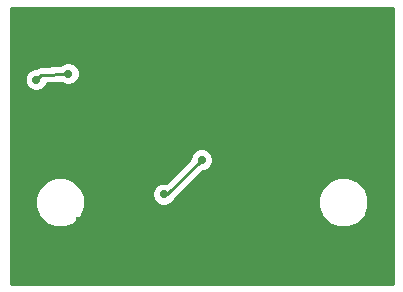
<source format=gbl>
G04 #@! TF.FileFunction,Copper,L2,Bot,Signal*
%FSLAX46Y46*%
G04 Gerber Fmt 4.6, Leading zero omitted, Abs format (unit mm)*
G04 Created by KiCad (PCBNEW 4.0.6-e0-6349~53~ubuntu16.04.1) date Sat Jul 29 16:25:42 2017*
%MOMM*%
%LPD*%
G01*
G04 APERTURE LIST*
%ADD10C,0.150000*%
%ADD11C,0.600000*%
%ADD12R,2.499360X2.499360*%
%ADD13C,0.700000*%
%ADD14C,0.250000*%
%ADD15C,0.254000*%
G04 APERTURE END LIST*
D10*
D11*
X152800000Y-104200000D03*
X154800000Y-104200000D03*
X153800000Y-104200000D03*
X152600000Y-102600000D03*
X153600000Y-102600000D03*
X151600000Y-102600000D03*
X150400000Y-101400000D03*
X152400000Y-101400000D03*
X151400000Y-101400000D03*
X150000000Y-100000000D03*
X151000000Y-100000000D03*
X149000000Y-100000000D03*
X148600000Y-97200000D03*
X147600000Y-97200000D03*
X147600000Y-98600000D03*
X149600000Y-98600000D03*
X148600000Y-98600000D03*
X160900000Y-104500000D03*
X159900000Y-104500000D03*
X161900000Y-104500000D03*
X162900000Y-104500000D03*
X161900000Y-105500000D03*
X162900000Y-105500000D03*
X161900000Y-106500000D03*
X162900000Y-106500000D03*
X148300000Y-109400000D03*
X147200000Y-107800000D03*
X149200000Y-106300000D03*
X148200000Y-106300000D03*
X147200000Y-106300000D03*
X146200000Y-106300000D03*
X145200000Y-106300000D03*
X144300000Y-105900000D03*
X146200000Y-107800000D03*
X143200000Y-104900000D03*
X144200000Y-104900000D03*
X145200000Y-104900000D03*
X146200000Y-104900000D03*
X147200000Y-104900000D03*
X148200000Y-104900000D03*
X149200000Y-104900000D03*
X148200000Y-103500000D03*
X147200000Y-103500000D03*
X146200000Y-103500000D03*
X145200000Y-103500000D03*
X144200000Y-103500000D03*
X143200000Y-103500000D03*
X142200000Y-103500000D03*
X162500000Y-115500000D03*
X161500000Y-115500000D03*
X160500000Y-115500000D03*
X159500000Y-115500000D03*
X158500000Y-115500000D03*
X157500000Y-115500000D03*
X162500000Y-114500000D03*
X161500000Y-114500000D03*
X160500000Y-114500000D03*
X159500000Y-114500000D03*
X158500000Y-114500000D03*
X157500000Y-114500000D03*
X162500000Y-113500000D03*
X161500000Y-113500000D03*
X160500000Y-113500000D03*
X159500000Y-113500000D03*
X158500000Y-113500000D03*
X157500000Y-113500000D03*
X162500000Y-112500000D03*
X161500000Y-112500000D03*
X160500000Y-112500000D03*
X159500000Y-112500000D03*
X158500000Y-112500000D03*
X157500000Y-112500000D03*
X167900000Y-115500000D03*
X166900000Y-115500000D03*
X165900000Y-115500000D03*
X164900000Y-115500000D03*
X163900000Y-115500000D03*
X167900000Y-114500000D03*
X166900000Y-114500000D03*
X165900000Y-114500000D03*
X164900000Y-114500000D03*
X163900000Y-114500000D03*
X167900000Y-113500000D03*
X166900000Y-113500000D03*
X165900000Y-113500000D03*
X164900000Y-113500000D03*
X163900000Y-113500000D03*
X167900000Y-112500000D03*
X166900000Y-112500000D03*
X165900000Y-112500000D03*
X164900000Y-112500000D03*
X163900000Y-112500000D03*
X167900000Y-111500000D03*
X166900000Y-111500000D03*
X165900000Y-111500000D03*
X164900000Y-111500000D03*
X163900000Y-111500000D03*
X167900000Y-110500000D03*
X166900000Y-110500000D03*
X165900000Y-110500000D03*
X156300000Y-112200000D03*
X167900000Y-109500000D03*
X166900000Y-109500000D03*
X155400000Y-115300000D03*
X167900000Y-108500000D03*
X166900000Y-108500000D03*
X156400000Y-115300000D03*
X167900000Y-107500000D03*
X166900000Y-107500000D03*
X165900000Y-107500000D03*
X167900000Y-106500000D03*
X166900000Y-106500000D03*
X165900000Y-106500000D03*
X164900000Y-106500000D03*
X163900000Y-106500000D03*
X167900000Y-105500000D03*
X166900000Y-105500000D03*
X165900000Y-105500000D03*
X164900000Y-105500000D03*
X163900000Y-105500000D03*
X167900000Y-104500000D03*
X166900000Y-104500000D03*
X165900000Y-104500000D03*
X164900000Y-104500000D03*
X163900000Y-104500000D03*
X167900000Y-103500000D03*
X166900000Y-103500000D03*
X165900000Y-103500000D03*
X164900000Y-103500000D03*
X163900000Y-103500000D03*
X167900000Y-102500000D03*
X166900000Y-102500000D03*
X165900000Y-102500000D03*
X164900000Y-102500000D03*
X163900000Y-102500000D03*
X167900000Y-101500000D03*
X166900000Y-101500000D03*
X165900000Y-101500000D03*
X164900000Y-101500000D03*
X163900000Y-101500000D03*
X167900000Y-100500000D03*
X166900000Y-100500000D03*
X165900000Y-100500000D03*
X164900000Y-100500000D03*
X163900000Y-100500000D03*
X167900000Y-99500000D03*
X166900000Y-99500000D03*
X165900000Y-99500000D03*
X164900000Y-99500000D03*
X163900000Y-99500000D03*
X167900000Y-98500000D03*
X166900000Y-98500000D03*
X165900000Y-98500000D03*
X164900000Y-98500000D03*
X163900000Y-98500000D03*
X167900000Y-97500000D03*
X166900000Y-97500000D03*
X165900000Y-97500000D03*
X164900000Y-97500000D03*
X163900000Y-97500000D03*
X167900000Y-96500000D03*
X166900000Y-96500000D03*
X165900000Y-96500000D03*
X164900000Y-96500000D03*
X163900000Y-96500000D03*
X167900000Y-95500000D03*
X166900000Y-95500000D03*
X165900000Y-95500000D03*
X164900000Y-95500000D03*
X163900000Y-95500000D03*
X167900000Y-94500000D03*
X166900000Y-94500000D03*
X165900000Y-94500000D03*
X164900000Y-94500000D03*
X163900000Y-94500000D03*
X154900000Y-100700000D03*
X155900000Y-100700000D03*
X156900000Y-100700000D03*
X156900000Y-99200000D03*
X155900000Y-99200000D03*
X154900000Y-99200000D03*
X153900000Y-99200000D03*
X151900000Y-97700000D03*
X152900000Y-97700000D03*
X153900000Y-97700000D03*
X154900000Y-97700000D03*
X155900000Y-97700000D03*
X156900000Y-97700000D03*
X156900000Y-96100000D03*
X155900000Y-96100000D03*
X154900000Y-96100000D03*
X153900000Y-96100000D03*
X152900000Y-96100000D03*
X151900000Y-96100000D03*
X150900000Y-96100000D03*
X150900000Y-94600000D03*
X151900000Y-94600000D03*
X152900000Y-94600000D03*
X153900000Y-94600000D03*
X154900000Y-94600000D03*
X155900000Y-94600000D03*
X156900000Y-94600000D03*
X149900000Y-94600000D03*
X167900000Y-93300000D03*
X166900000Y-93300000D03*
X165900000Y-93300000D03*
X164900000Y-93300000D03*
X163900000Y-93300000D03*
X162900000Y-93300000D03*
X161900000Y-93300000D03*
X160900000Y-93300000D03*
X159900000Y-93300000D03*
X158900000Y-93300000D03*
X157900000Y-93300000D03*
X156900000Y-93300000D03*
X155900000Y-93300000D03*
X154900000Y-93300000D03*
X153900000Y-93300000D03*
X152900000Y-93300000D03*
X151900000Y-93300000D03*
X150900000Y-93300000D03*
X149900000Y-93300000D03*
X148900000Y-93300000D03*
X147900000Y-93300000D03*
X146900000Y-93300000D03*
X145900000Y-93300000D03*
X145600000Y-112600000D03*
X145600000Y-113600000D03*
X146600000Y-113600000D03*
X148600000Y-115600000D03*
X145600000Y-114600000D03*
X146600000Y-114600000D03*
X147600000Y-114600000D03*
X145600000Y-115600000D03*
X146600000Y-115600000D03*
X147600000Y-115600000D03*
X141600000Y-110500000D03*
X142600000Y-110500000D03*
X143600000Y-110500000D03*
X144600000Y-115600000D03*
X143600000Y-115600000D03*
X142600000Y-115600000D03*
X141600000Y-115600000D03*
X140600000Y-115600000D03*
X139600000Y-115600000D03*
X144600000Y-114600000D03*
X143600000Y-114600000D03*
X142600000Y-114600000D03*
X141600000Y-114600000D03*
X140600000Y-114600000D03*
X139600000Y-114600000D03*
X144600000Y-113600000D03*
X143600000Y-113600000D03*
X142600000Y-113600000D03*
X141600000Y-113600000D03*
X140600000Y-113600000D03*
X139600000Y-113600000D03*
X144600000Y-112600000D03*
X143600000Y-112600000D03*
X142600000Y-112600000D03*
X141600000Y-112600000D03*
X140600000Y-112600000D03*
X139600000Y-112600000D03*
X144600000Y-111600000D03*
X143600000Y-111600000D03*
X142600000Y-111600000D03*
X141600000Y-111600000D03*
X140600000Y-111600000D03*
X139600000Y-111600000D03*
X138500000Y-115500000D03*
X138500000Y-113600000D03*
X138500000Y-112600000D03*
X138500000Y-111600000D03*
X138500000Y-114600000D03*
X137400000Y-115500000D03*
X137400000Y-114500000D03*
X137400000Y-113500000D03*
X137400000Y-112500000D03*
X137400000Y-111500000D03*
X137400000Y-110500000D03*
X137400000Y-109500000D03*
X137400000Y-108500000D03*
X137400000Y-107500000D03*
X137400000Y-106500000D03*
X137400000Y-105500000D03*
X136300000Y-115500000D03*
X136300000Y-114500000D03*
X136300000Y-113500000D03*
X136300000Y-112500000D03*
X136300000Y-111500000D03*
X136300000Y-110500000D03*
X136300000Y-109500000D03*
X136300000Y-108500000D03*
X136300000Y-107500000D03*
X136300000Y-106500000D03*
X136300000Y-105500000D03*
X136300000Y-104500000D03*
X136300000Y-103500000D03*
X136300000Y-98500000D03*
X136300000Y-99500000D03*
X136300000Y-100500000D03*
X136300000Y-101500000D03*
X136300000Y-102500000D03*
X143600000Y-93300000D03*
X138300000Y-97300000D03*
X137300000Y-97300000D03*
X136300000Y-97300000D03*
X141300000Y-93300000D03*
X144900000Y-93300000D03*
X138300000Y-96300000D03*
X137300000Y-96300000D03*
X136300000Y-96300000D03*
X142400000Y-93300000D03*
X139300000Y-95300000D03*
X138300000Y-95300000D03*
X137300000Y-95300000D03*
X136300000Y-95300000D03*
X140300000Y-94300000D03*
X139300000Y-94300000D03*
X138300000Y-94300000D03*
X137300000Y-94300000D03*
X136300000Y-94300000D03*
X140300000Y-93300000D03*
X139300000Y-93300000D03*
X138300000Y-93300000D03*
X137300000Y-93300000D03*
X136300000Y-93300000D03*
X152000000Y-109000000D03*
X152762000Y-108238000D03*
X151238000Y-108238000D03*
X152762000Y-109762000D03*
X151238000Y-109762000D03*
D12*
X152000000Y-109000000D03*
D13*
X151648160Y-114251840D03*
X140600000Y-101800000D03*
X148800000Y-108300000D03*
X152000000Y-105400000D03*
X138000000Y-98600000D03*
X140700000Y-98100000D03*
D14*
X151600000Y-114300000D02*
X151500000Y-114300000D01*
X151648160Y-114251840D02*
X151600000Y-114300000D01*
X149100000Y-108300000D02*
X148800000Y-108300000D01*
X152000000Y-105400000D02*
X149100000Y-108300000D01*
X138000000Y-98600000D02*
X138400000Y-98200000D01*
X138400000Y-98200000D02*
X140700000Y-98100000D01*
D15*
G36*
X168173000Y-115873000D02*
X135877000Y-115873000D01*
X135877000Y-109421230D01*
X137872632Y-109421230D01*
X138195766Y-110203274D01*
X138793578Y-110802131D01*
X139575057Y-111126630D01*
X140421230Y-111127368D01*
X141203274Y-110804234D01*
X141802131Y-110206422D01*
X142126630Y-109424943D01*
X142126633Y-109421230D01*
X161872632Y-109421230D01*
X162195766Y-110203274D01*
X162793578Y-110802131D01*
X163575057Y-111126630D01*
X164421230Y-111127368D01*
X165203274Y-110804234D01*
X165802131Y-110206422D01*
X166126630Y-109424943D01*
X166127368Y-108578770D01*
X165804234Y-107796726D01*
X165206422Y-107197869D01*
X164424943Y-106873370D01*
X163578770Y-106872632D01*
X162796726Y-107195766D01*
X162197869Y-107793578D01*
X161873370Y-108575057D01*
X161872632Y-109421230D01*
X142126633Y-109421230D01*
X142127368Y-108578770D01*
X142092129Y-108493485D01*
X147822830Y-108493485D01*
X147971256Y-108852703D01*
X148245851Y-109127778D01*
X148604810Y-109276830D01*
X148993485Y-109277170D01*
X149352703Y-109128744D01*
X149627778Y-108854149D01*
X149640871Y-108822617D01*
X152086413Y-106377076D01*
X152193485Y-106377170D01*
X152552703Y-106228744D01*
X152827778Y-105954149D01*
X152976830Y-105595190D01*
X152977170Y-105206515D01*
X152828744Y-104847297D01*
X152554149Y-104572222D01*
X152195190Y-104423170D01*
X151806515Y-104422830D01*
X151447297Y-104571256D01*
X151172222Y-104845851D01*
X151023170Y-105204810D01*
X151023075Y-105313436D01*
X149008016Y-107328496D01*
X148995190Y-107323170D01*
X148606515Y-107322830D01*
X148247297Y-107471256D01*
X147972222Y-107745851D01*
X147823170Y-108104810D01*
X147822830Y-108493485D01*
X142092129Y-108493485D01*
X141804234Y-107796726D01*
X141206422Y-107197869D01*
X140424943Y-106873370D01*
X139578770Y-106872632D01*
X138796726Y-107195766D01*
X138197869Y-107793578D01*
X137873370Y-108575057D01*
X137872632Y-109421230D01*
X135877000Y-109421230D01*
X135877000Y-98793485D01*
X137022830Y-98793485D01*
X137171256Y-99152703D01*
X137445851Y-99427778D01*
X137804810Y-99576830D01*
X138193485Y-99577170D01*
X138552703Y-99428744D01*
X138827778Y-99154149D01*
X138920825Y-98930066D01*
X140097082Y-98878924D01*
X140145851Y-98927778D01*
X140504810Y-99076830D01*
X140893485Y-99077170D01*
X141252703Y-98928744D01*
X141527778Y-98654149D01*
X141676830Y-98295190D01*
X141677170Y-97906515D01*
X141528744Y-97547297D01*
X141254149Y-97272222D01*
X140895190Y-97123170D01*
X140506515Y-97122830D01*
X140147297Y-97271256D01*
X140042493Y-97375877D01*
X138367335Y-97448710D01*
X138240383Y-97479750D01*
X138112222Y-97505243D01*
X138098429Y-97514459D01*
X138082315Y-97518399D01*
X137976913Y-97595653D01*
X137936070Y-97622943D01*
X137806515Y-97622830D01*
X137447297Y-97771256D01*
X137172222Y-98045851D01*
X137023170Y-98404810D01*
X137022830Y-98793485D01*
X135877000Y-98793485D01*
X135877000Y-92577000D01*
X168173000Y-92577000D01*
X168173000Y-115873000D01*
X168173000Y-115873000D01*
G37*
X168173000Y-115873000D02*
X135877000Y-115873000D01*
X135877000Y-109421230D01*
X137872632Y-109421230D01*
X138195766Y-110203274D01*
X138793578Y-110802131D01*
X139575057Y-111126630D01*
X140421230Y-111127368D01*
X141203274Y-110804234D01*
X141802131Y-110206422D01*
X142126630Y-109424943D01*
X142126633Y-109421230D01*
X161872632Y-109421230D01*
X162195766Y-110203274D01*
X162793578Y-110802131D01*
X163575057Y-111126630D01*
X164421230Y-111127368D01*
X165203274Y-110804234D01*
X165802131Y-110206422D01*
X166126630Y-109424943D01*
X166127368Y-108578770D01*
X165804234Y-107796726D01*
X165206422Y-107197869D01*
X164424943Y-106873370D01*
X163578770Y-106872632D01*
X162796726Y-107195766D01*
X162197869Y-107793578D01*
X161873370Y-108575057D01*
X161872632Y-109421230D01*
X142126633Y-109421230D01*
X142127368Y-108578770D01*
X142092129Y-108493485D01*
X147822830Y-108493485D01*
X147971256Y-108852703D01*
X148245851Y-109127778D01*
X148604810Y-109276830D01*
X148993485Y-109277170D01*
X149352703Y-109128744D01*
X149627778Y-108854149D01*
X149640871Y-108822617D01*
X152086413Y-106377076D01*
X152193485Y-106377170D01*
X152552703Y-106228744D01*
X152827778Y-105954149D01*
X152976830Y-105595190D01*
X152977170Y-105206515D01*
X152828744Y-104847297D01*
X152554149Y-104572222D01*
X152195190Y-104423170D01*
X151806515Y-104422830D01*
X151447297Y-104571256D01*
X151172222Y-104845851D01*
X151023170Y-105204810D01*
X151023075Y-105313436D01*
X149008016Y-107328496D01*
X148995190Y-107323170D01*
X148606515Y-107322830D01*
X148247297Y-107471256D01*
X147972222Y-107745851D01*
X147823170Y-108104810D01*
X147822830Y-108493485D01*
X142092129Y-108493485D01*
X141804234Y-107796726D01*
X141206422Y-107197869D01*
X140424943Y-106873370D01*
X139578770Y-106872632D01*
X138796726Y-107195766D01*
X138197869Y-107793578D01*
X137873370Y-108575057D01*
X137872632Y-109421230D01*
X135877000Y-109421230D01*
X135877000Y-98793485D01*
X137022830Y-98793485D01*
X137171256Y-99152703D01*
X137445851Y-99427778D01*
X137804810Y-99576830D01*
X138193485Y-99577170D01*
X138552703Y-99428744D01*
X138827778Y-99154149D01*
X138920825Y-98930066D01*
X140097082Y-98878924D01*
X140145851Y-98927778D01*
X140504810Y-99076830D01*
X140893485Y-99077170D01*
X141252703Y-98928744D01*
X141527778Y-98654149D01*
X141676830Y-98295190D01*
X141677170Y-97906515D01*
X141528744Y-97547297D01*
X141254149Y-97272222D01*
X140895190Y-97123170D01*
X140506515Y-97122830D01*
X140147297Y-97271256D01*
X140042493Y-97375877D01*
X138367335Y-97448710D01*
X138240383Y-97479750D01*
X138112222Y-97505243D01*
X138098429Y-97514459D01*
X138082315Y-97518399D01*
X137976913Y-97595653D01*
X137936070Y-97622943D01*
X137806515Y-97622830D01*
X137447297Y-97771256D01*
X137172222Y-98045851D01*
X137023170Y-98404810D01*
X137022830Y-98793485D01*
X135877000Y-98793485D01*
X135877000Y-92577000D01*
X168173000Y-92577000D01*
X168173000Y-115873000D01*
M02*

</source>
